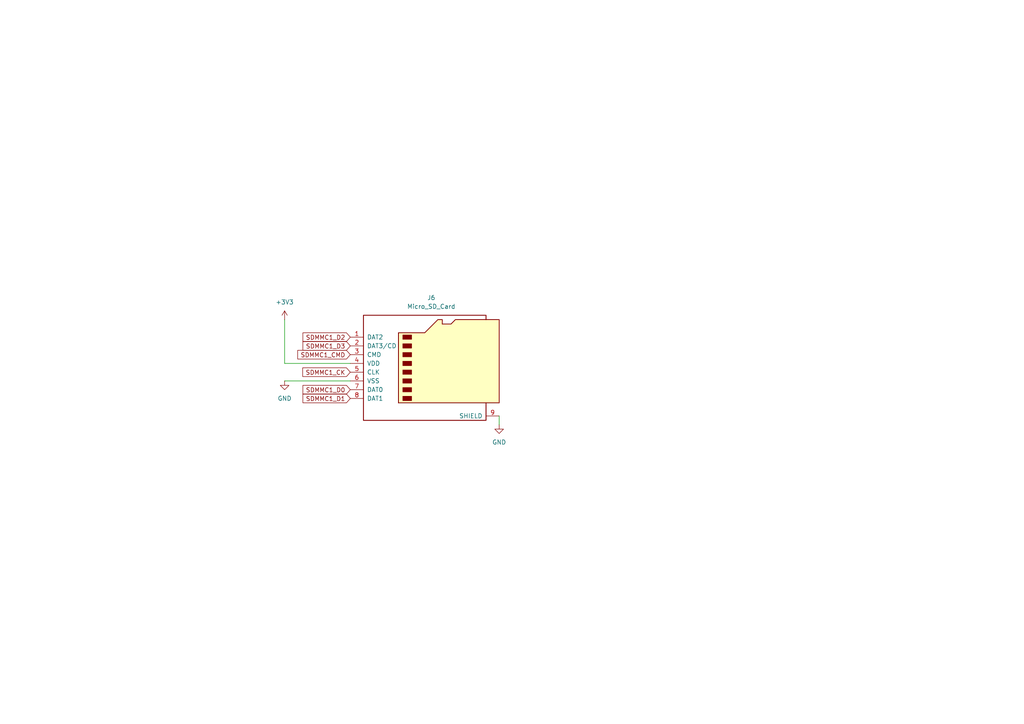
<source format=kicad_sch>
(kicad_sch (version 20250114) (generator "eeschema") (generator_version "9.0")
  (paper "A4")
  (lib_symbols
    (symbol "Connector:Micro_SD_Card" (pin_names (offset 1.016))
      (property "Reference" "J" (at -16.51 15.24 0))
      (property "Value" "Micro_SD_Card" (at 16.51 15.24 0))
      (symbol "Micro_SD_Card_0_1"
        (polyline (pts (xy -8.89 -11.43) (xy -8.89 8.89) (xy -1.27 8.89) (xy 2.54 12.7) (xy 3.81 12.7) (xy 3.81 11.43) (xy 6.35 11.43) (xy 7.62 12.7) (xy 20.32 12.7) (xy 20.32 -11.43) (xy -8.89 -11.43)) (stroke (width 0.254)) (fill (type background)))
        (rectangle (start -7.62 8.255) (end -5.08 6.985) (fill (type outline)))
        (rectangle (start -7.62 5.715) (end -5.08 4.445) (fill (type outline)))
        (rectangle (start -7.62 3.175) (end -5.08 1.905) (fill (type outline)))
        (rectangle (start -7.62 0.635) (end -5.08 -0.635) (fill (type outline)))
        (rectangle (start -7.62 -1.905) (end -5.08 -3.175) (fill (type outline)))
        (rectangle (start -7.62 -4.445) (end -5.08 -5.715) (fill (type outline)))
        (rectangle (start -7.62 -6.985) (end -5.08 -8.255) (fill (type outline)))
        (rectangle (start -7.62 -9.525) (end -5.08 -10.795) (fill (type outline)))
        (polyline (pts (xy 16.51 12.7) (xy 16.51 13.97) (xy -19.05 13.97) (xy -19.05 -16.51) (xy 16.51 -16.51) (xy 16.51 -11.43)) (stroke (width 0.254)))
      )
      (symbol "Micro_SD_Card_1_1"
        (pin bidirectional line (at -22.86 7.62 0) (length 3.81) (name "DAT2") (number "1"))
        (pin bidirectional line (at -22.86 5.08 0) (length 3.81) (name "DAT3/CD") (number "2"))
        (pin input line (at -22.86 2.54 0) (length 3.81) (name "CMD") (number "3"))
        (pin power_in line (at -22.86 0 0) (length 3.81) (name "VDD") (number "4"))
        (pin input line (at -22.86 -2.54 0) (length 3.81) (name "CLK") (number "5"))
        (pin power_in line (at -22.86 -5.08 0) (length 3.81) (name "VSS") (number "6"))
        (pin bidirectional line (at -22.86 -7.62 0) (length 3.81) (name "DAT0") (number "7"))
        (pin bidirectional line (at -22.86 -10.16 0) (length 3.81) (name "DAT1") (number "8"))
        (pin passive line (at 20.32 -15.24 180) (length 3.81) (name "SHIELD") (number "9"))
      )
    )
    (symbol "power:+3V3" (power) (pin_numbers (hide yes)) (pin_names (offset 0) (hide yes))
      (property "Value" "+3V3" (at 0 3.556 0))
      (symbol "+3V3_0_1"
        (polyline (pts (xy -0.762 1.27) (xy 0 2.54)))
        (polyline (pts (xy 0 2.54) (xy 0.762 1.27)))
        (polyline (pts (xy 0 0) (xy 0 2.54)))
      )
      (symbol "+3V3_1_1"
        (pin power_in line (at 0 0 90) (length 0) (name "~") (number "1"))
      )
    )
    (symbol "power:GND" (power) (pin_numbers (hide yes)) (pin_names (offset 0) (hide yes))
      (property "Value" "GND" (at 0 -3.81 0))
      (symbol "GND_0_1"
        (polyline (pts (xy 0 0) (xy 0 -1.27) (xy 1.27 -1.27) (xy 0 -2.54) (xy -1.27 -1.27) (xy 0 -1.27)))
      )
      (symbol "GND_1_1"
        (pin power_in line (at 0 0 270) (length 0) (name "~") (number "1"))
      )
    )
  )
  (wire (pts (xy 144.78 120.65) (xy 144.78 123.19)))
  (wire (pts (xy 82.55 92.71) (xy 82.55 105.41)))
  (wire (pts (xy 82.55 110.49) (xy 101.6 110.49)))
  (wire (pts (xy 101.6 105.41) (xy 82.55 105.41)))
  (global_label "SDMMC1_D1" (shape input) (at 101.6 115.57 180) (property "Intersheetrefs" "${INTERSHEET_REFS}" (effects (hide yes))))
  (global_label "SDMMC1_D0" (shape input) (at 101.6 113.03 180) (property "Intersheetrefs" "${INTERSHEET_REFS}" (effects (hide yes))))
  (global_label "SDMMC1_CMD" (shape input) (at 101.6 102.87 180) (property "Intersheetrefs" "${INTERSHEET_REFS}" (effects (hide yes))))
  (global_label "SDMMC1_D3" (shape input) (at 101.6 100.33 180) (property "Intersheetrefs" "${INTERSHEET_REFS}" (effects (hide yes))))
  (global_label "SDMMC1_D2" (shape input) (at 101.6 97.79 180) (property "Intersheetrefs" "${INTERSHEET_REFS}" (effects (hide yes))))
  (global_label "SDMMC1_CK" (shape input) (at 101.6 107.95 180) (property "Intersheetrefs" "${INTERSHEET_REFS}" (effects (hide yes))))
  (symbol (lib_id "power:GND") (at 144.78 123.19 0) (unit 1)
    (property "Reference" "#PWR019" (effects (hide yes)))
    (property "Value" "GND" (at 144.78 128.27 0))
    (property "Description" "Power symbol creates a global label with name \"GND\" , ground" (effects (hide yes)))
  )
  (symbol (lib_id "power:GND") (at 82.55 110.49 0) (unit 1)
    (property "Reference" "#PWR021" (effects (hide yes)))
    (property "Value" "GND" (at 82.55 115.57 0))
    (property "Description" "Power symbol creates a global label with name \"GND\" , ground" (effects (hide yes)))
  )
  (symbol (lib_id "Connector:Micro_SD_Card") (at 124.46 105.41 0) (unit 1)
    (property "Reference" "J6" (at 125.095 86.36 0))
    (property "Value" "Micro_SD_Card" (at 125.095 88.9 0))
    (property "Footprint" "Connector_Card:microSD_HC_Molex_47219-2001" (effects (hide yes)))
    (property "Datasheet" "https://www.we-online.com/components/products/datasheet/693072010801.pdf" (effects (hide yes)))
    (property "Description" "Micro SD Card Socket" (effects (hide yes)))
  )
  (symbol (lib_id "power:+3V3") (at 82.55 92.71 0) (unit 1)
    (property "Reference" "#PWR020" (effects (hide yes)))
    (property "Value" "+3V3" (at 82.55 87.63 0))
    (property "Description" "Power symbol creates a global label with name \"+3V3\"" (effects (hide yes)))
  )
)
</source>
